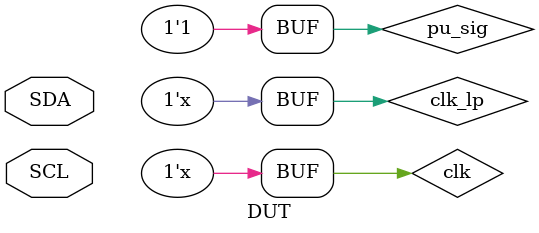
<source format=v>
module DUT(
    SDA, SCL
);

inout SDA;
inout SCL;

reg pu_sig;
reg clk;
reg clk_lp;

initial begin
    pu_sig  = 1'b0;
    clk     = 1'b0;
    clk_lp  = 1'b0;
    #2000;
    pu_sig  = 1'b1;
end

always #10  clk    = ~clk;
always #133 clk_lp = ~clk_lp;

my_design U1(
         // Inputs
         .pu_sig            (pu_sig),
         .clk               (clk),
         .clk_lp            (clk_lp));

endmodule

</source>
